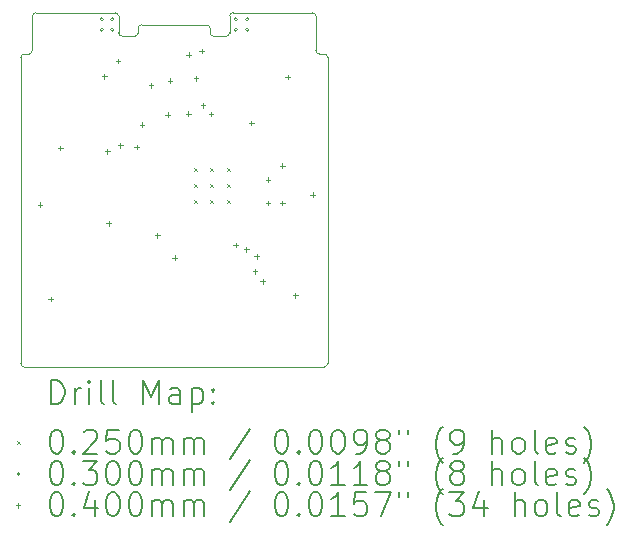
<source format=gbr>
%TF.GenerationSoftware,KiCad,Pcbnew,9.0.4*%
%TF.CreationDate,2025-08-29T17:47:37+02:00*%
%TF.ProjectId,rp2350_gpio_card,72703233-3530-45f6-9770-696f5f636172,X1*%
%TF.SameCoordinates,Original*%
%TF.FileFunction,Drillmap*%
%TF.FilePolarity,Positive*%
%FSLAX45Y45*%
G04 Gerber Fmt 4.5, Leading zero omitted, Abs format (unit mm)*
G04 Created by KiCad (PCBNEW 9.0.4) date 2025-08-29 17:47:37*
%MOMM*%
%LPD*%
G01*
G04 APERTURE LIST*
%ADD10C,0.050000*%
%ADD11C,0.200000*%
%ADD12C,0.100000*%
G04 APERTURE END LIST*
D10*
X11655518Y-5594643D02*
X11655518Y-8184643D01*
X9085518Y-8214643D02*
X11625518Y-8214643D01*
X10825518Y-5384643D02*
G75*
G02*
X10795518Y-5414638I-29998J3D01*
G01*
X9855518Y-5214643D02*
G75*
G02*
X9885517Y-5244643I2J-29997D01*
G01*
X10825518Y-5384643D02*
X10825518Y-5244643D01*
X10825518Y-5244643D02*
G75*
G02*
X10855518Y-5214638I30002J3D01*
G01*
X9855518Y-5214643D02*
X9185518Y-5214643D01*
X10855518Y-5214643D02*
X11525518Y-5214643D01*
X9085518Y-8214643D02*
G75*
G02*
X9055517Y-8184643I2J30003D01*
G01*
X10785518Y-5414643D02*
X10795518Y-5414643D01*
X9155518Y-5244643D02*
G75*
G02*
X9185518Y-5214638I30002J3D01*
G01*
X9155518Y-5534643D02*
X9155518Y-5244643D01*
X9155518Y-5534643D02*
G75*
G02*
X9125518Y-5564638I-29998J3D01*
G01*
X9055518Y-5594643D02*
G75*
G02*
X9085518Y-5564638I30002J3D01*
G01*
X9085518Y-5564643D02*
X9125518Y-5564643D01*
X11555518Y-5534643D02*
X11555518Y-5244643D01*
X11625518Y-5564643D02*
G75*
G02*
X11655517Y-5594643I2J-29997D01*
G01*
X11585518Y-5564643D02*
G75*
G02*
X11555517Y-5534643I2J30003D01*
G01*
X11585518Y-5564643D02*
X11625518Y-5564643D01*
X11525518Y-5214643D02*
G75*
G02*
X11555517Y-5244643I2J-29997D01*
G01*
X9885518Y-5384643D02*
X9885518Y-5244643D01*
X11655518Y-8184643D02*
G75*
G02*
X11625518Y-8214638I-29998J3D01*
G01*
X9915518Y-5414643D02*
G75*
G02*
X9885517Y-5384643I2J30003D01*
G01*
X9915518Y-5414643D02*
X9925518Y-5414643D01*
X9055518Y-5594643D02*
X9055518Y-8184643D01*
X10020518Y-5414643D02*
X9925518Y-5414643D01*
X10050518Y-5348643D02*
X10050518Y-5384643D01*
X10080518Y-5318643D02*
X10630518Y-5318643D01*
X10660518Y-5348643D02*
X10660518Y-5384643D01*
X10690518Y-5414643D02*
X10785518Y-5414643D01*
X10050518Y-5348643D02*
G75*
G02*
X10080518Y-5318643I30000J0D01*
G01*
X10050518Y-5384643D02*
G75*
G02*
X10020518Y-5414643I-30000J0D01*
G01*
X10630518Y-5318643D02*
G75*
G02*
X10660518Y-5348643I0J-30000D01*
G01*
X10690518Y-5414643D02*
G75*
G02*
X10660518Y-5384643I0J30000D01*
G01*
D11*
D12*
X10525518Y-6529643D02*
X10550518Y-6554643D01*
X10550518Y-6529643D02*
X10525518Y-6554643D01*
X10525518Y-6667143D02*
X10550518Y-6692143D01*
X10550518Y-6667143D02*
X10525518Y-6692143D01*
X10525518Y-6804643D02*
X10550518Y-6829643D01*
X10550518Y-6804643D02*
X10525518Y-6829643D01*
X10663018Y-6529643D02*
X10688018Y-6554643D01*
X10688018Y-6529643D02*
X10663018Y-6554643D01*
X10663018Y-6667143D02*
X10688018Y-6692143D01*
X10688018Y-6667143D02*
X10663018Y-6692143D01*
X10663018Y-6804643D02*
X10688018Y-6829643D01*
X10688018Y-6804643D02*
X10663018Y-6829643D01*
X10800518Y-6529643D02*
X10825518Y-6554643D01*
X10825518Y-6529643D02*
X10800518Y-6554643D01*
X10800518Y-6667143D02*
X10825518Y-6692143D01*
X10825518Y-6667143D02*
X10800518Y-6692143D01*
X10800518Y-6804643D02*
X10825518Y-6829643D01*
X10825518Y-6804643D02*
X10800518Y-6829643D01*
X9756318Y-5271793D02*
G75*
G02*
X9726318Y-5271793I-15000J0D01*
G01*
X9726318Y-5271793D02*
G75*
G02*
X9756318Y-5271793I15000J0D01*
G01*
X9756318Y-5360693D02*
G75*
G02*
X9726318Y-5360693I-15000J0D01*
G01*
X9726318Y-5360693D02*
G75*
G02*
X9756318Y-5360693I15000J0D01*
G01*
X9845218Y-5271793D02*
G75*
G02*
X9815218Y-5271793I-15000J0D01*
G01*
X9815218Y-5271793D02*
G75*
G02*
X9845218Y-5271793I15000J0D01*
G01*
X9845218Y-5360693D02*
G75*
G02*
X9815218Y-5360693I-15000J0D01*
G01*
X9815218Y-5360693D02*
G75*
G02*
X9845218Y-5360693I15000J0D01*
G01*
X10892968Y-5271793D02*
G75*
G02*
X10862968Y-5271793I-15000J0D01*
G01*
X10862968Y-5271793D02*
G75*
G02*
X10892968Y-5271793I15000J0D01*
G01*
X10892968Y-5360693D02*
G75*
G02*
X10862968Y-5360693I-15000J0D01*
G01*
X10862968Y-5360693D02*
G75*
G02*
X10892968Y-5360693I15000J0D01*
G01*
X10988218Y-5271793D02*
G75*
G02*
X10958218Y-5271793I-15000J0D01*
G01*
X10958218Y-5271793D02*
G75*
G02*
X10988218Y-5271793I15000J0D01*
G01*
X10988218Y-5360693D02*
G75*
G02*
X10958218Y-5360693I-15000J0D01*
G01*
X10958218Y-5360693D02*
G75*
G02*
X10988218Y-5360693I15000J0D01*
G01*
X9220000Y-6820000D02*
X9220000Y-6860000D01*
X9200000Y-6840000D02*
X9240000Y-6840000D01*
X9310000Y-7620000D02*
X9310000Y-7660000D01*
X9290000Y-7640000D02*
X9330000Y-7640000D01*
X9392000Y-6342000D02*
X9392000Y-6382000D01*
X9372000Y-6362000D02*
X9412000Y-6362000D01*
X9763018Y-5734643D02*
X9763018Y-5774643D01*
X9743018Y-5754643D02*
X9783018Y-5754643D01*
X9790000Y-6370000D02*
X9790000Y-6410000D01*
X9770000Y-6390000D02*
X9810000Y-6390000D01*
X9800518Y-6979643D02*
X9800518Y-7019643D01*
X9780518Y-6999643D02*
X9820518Y-6999643D01*
X9880000Y-5604643D02*
X9880000Y-5644643D01*
X9860000Y-5624643D02*
X9900000Y-5624643D01*
X9900000Y-6320000D02*
X9900000Y-6360000D01*
X9880000Y-6340000D02*
X9920000Y-6340000D01*
X10038240Y-6331698D02*
X10038240Y-6371698D01*
X10018240Y-6351698D02*
X10058240Y-6351698D01*
X10083600Y-6144399D02*
X10083600Y-6184399D01*
X10063600Y-6164399D02*
X10103600Y-6164399D01*
X10160000Y-5810000D02*
X10160000Y-5850000D01*
X10140000Y-5830000D02*
X10180000Y-5830000D01*
X10213018Y-7079643D02*
X10213018Y-7119643D01*
X10193018Y-7099643D02*
X10233018Y-7099643D01*
X10300000Y-6060000D02*
X10300000Y-6100000D01*
X10280000Y-6080000D02*
X10320000Y-6080000D01*
X10320000Y-5770000D02*
X10320000Y-5810000D01*
X10300000Y-5790000D02*
X10340000Y-5790000D01*
X10360159Y-7269719D02*
X10360159Y-7309719D01*
X10340159Y-7289719D02*
X10380159Y-7289719D01*
X10475518Y-6050000D02*
X10475518Y-6090000D01*
X10455518Y-6070000D02*
X10495518Y-6070000D01*
X10480000Y-5550000D02*
X10480000Y-5590000D01*
X10460000Y-5570000D02*
X10500000Y-5570000D01*
X10540000Y-5750000D02*
X10540000Y-5790000D01*
X10520000Y-5770000D02*
X10560000Y-5770000D01*
X10590000Y-5520000D02*
X10590000Y-5560000D01*
X10570000Y-5540000D02*
X10610000Y-5540000D01*
X10600518Y-5979643D02*
X10600518Y-6019643D01*
X10580518Y-5999643D02*
X10620518Y-5999643D01*
X10668503Y-6052979D02*
X10668503Y-6092979D01*
X10648503Y-6072979D02*
X10688503Y-6072979D01*
X10875550Y-7161568D02*
X10875550Y-7201568D01*
X10855550Y-7181568D02*
X10895550Y-7181568D01*
X10968018Y-7199643D02*
X10968018Y-7239643D01*
X10948018Y-7219643D02*
X10988018Y-7219643D01*
X11010000Y-6130000D02*
X11010000Y-6170000D01*
X10990000Y-6150000D02*
X11030000Y-6150000D01*
X11040518Y-7384643D02*
X11040518Y-7424643D01*
X11020518Y-7404643D02*
X11060518Y-7404643D01*
X11055518Y-7257143D02*
X11055518Y-7297143D01*
X11035518Y-7277143D02*
X11075518Y-7277143D01*
X11105518Y-7469643D02*
X11105518Y-7509643D01*
X11085518Y-7489643D02*
X11125518Y-7489643D01*
X11150000Y-6610000D02*
X11150000Y-6650000D01*
X11130000Y-6630000D02*
X11170000Y-6630000D01*
X11150000Y-6807263D02*
X11150000Y-6847263D01*
X11130000Y-6827263D02*
X11170000Y-6827263D01*
X11270000Y-6490000D02*
X11270000Y-6530000D01*
X11250000Y-6510000D02*
X11290000Y-6510000D01*
X11270000Y-6807263D02*
X11270000Y-6847263D01*
X11250000Y-6827263D02*
X11290000Y-6827263D01*
X11318018Y-5739643D02*
X11318018Y-5779643D01*
X11298018Y-5759643D02*
X11338018Y-5759643D01*
X11380000Y-7590000D02*
X11380000Y-7630000D01*
X11360000Y-7610000D02*
X11400000Y-7610000D01*
X11529384Y-6736245D02*
X11529384Y-6776245D01*
X11509384Y-6756245D02*
X11549384Y-6756245D01*
D11*
X9313795Y-8528627D02*
X9313795Y-8328627D01*
X9313795Y-8328627D02*
X9361414Y-8328627D01*
X9361414Y-8328627D02*
X9389986Y-8338151D01*
X9389986Y-8338151D02*
X9409033Y-8357199D01*
X9409033Y-8357199D02*
X9418557Y-8376246D01*
X9418557Y-8376246D02*
X9428081Y-8414341D01*
X9428081Y-8414341D02*
X9428081Y-8442913D01*
X9428081Y-8442913D02*
X9418557Y-8481008D01*
X9418557Y-8481008D02*
X9409033Y-8500056D01*
X9409033Y-8500056D02*
X9389986Y-8519103D01*
X9389986Y-8519103D02*
X9361414Y-8528627D01*
X9361414Y-8528627D02*
X9313795Y-8528627D01*
X9513795Y-8528627D02*
X9513795Y-8395294D01*
X9513795Y-8433389D02*
X9523319Y-8414341D01*
X9523319Y-8414341D02*
X9532843Y-8404818D01*
X9532843Y-8404818D02*
X9551890Y-8395294D01*
X9551890Y-8395294D02*
X9570938Y-8395294D01*
X9637605Y-8528627D02*
X9637605Y-8395294D01*
X9637605Y-8328627D02*
X9628081Y-8338151D01*
X9628081Y-8338151D02*
X9637605Y-8347675D01*
X9637605Y-8347675D02*
X9647128Y-8338151D01*
X9647128Y-8338151D02*
X9637605Y-8328627D01*
X9637605Y-8328627D02*
X9637605Y-8347675D01*
X9761414Y-8528627D02*
X9742367Y-8519103D01*
X9742367Y-8519103D02*
X9732843Y-8500056D01*
X9732843Y-8500056D02*
X9732843Y-8328627D01*
X9866176Y-8528627D02*
X9847128Y-8519103D01*
X9847128Y-8519103D02*
X9837605Y-8500056D01*
X9837605Y-8500056D02*
X9837605Y-8328627D01*
X10094748Y-8528627D02*
X10094748Y-8328627D01*
X10094748Y-8328627D02*
X10161414Y-8471484D01*
X10161414Y-8471484D02*
X10228081Y-8328627D01*
X10228081Y-8328627D02*
X10228081Y-8528627D01*
X10409033Y-8528627D02*
X10409033Y-8423865D01*
X10409033Y-8423865D02*
X10399509Y-8404818D01*
X10399509Y-8404818D02*
X10380462Y-8395294D01*
X10380462Y-8395294D02*
X10342367Y-8395294D01*
X10342367Y-8395294D02*
X10323319Y-8404818D01*
X10409033Y-8519103D02*
X10389986Y-8528627D01*
X10389986Y-8528627D02*
X10342367Y-8528627D01*
X10342367Y-8528627D02*
X10323319Y-8519103D01*
X10323319Y-8519103D02*
X10313795Y-8500056D01*
X10313795Y-8500056D02*
X10313795Y-8481008D01*
X10313795Y-8481008D02*
X10323319Y-8461961D01*
X10323319Y-8461961D02*
X10342367Y-8452437D01*
X10342367Y-8452437D02*
X10389986Y-8452437D01*
X10389986Y-8452437D02*
X10409033Y-8442913D01*
X10504271Y-8395294D02*
X10504271Y-8595294D01*
X10504271Y-8404818D02*
X10523319Y-8395294D01*
X10523319Y-8395294D02*
X10561414Y-8395294D01*
X10561414Y-8395294D02*
X10580462Y-8404818D01*
X10580462Y-8404818D02*
X10589986Y-8414341D01*
X10589986Y-8414341D02*
X10599509Y-8433389D01*
X10599509Y-8433389D02*
X10599509Y-8490532D01*
X10599509Y-8490532D02*
X10589986Y-8509580D01*
X10589986Y-8509580D02*
X10580462Y-8519103D01*
X10580462Y-8519103D02*
X10561414Y-8528627D01*
X10561414Y-8528627D02*
X10523319Y-8528627D01*
X10523319Y-8528627D02*
X10504271Y-8519103D01*
X10685224Y-8509580D02*
X10694748Y-8519103D01*
X10694748Y-8519103D02*
X10685224Y-8528627D01*
X10685224Y-8528627D02*
X10675700Y-8519103D01*
X10675700Y-8519103D02*
X10685224Y-8509580D01*
X10685224Y-8509580D02*
X10685224Y-8528627D01*
X10685224Y-8404818D02*
X10694748Y-8414341D01*
X10694748Y-8414341D02*
X10685224Y-8423865D01*
X10685224Y-8423865D02*
X10675700Y-8414341D01*
X10675700Y-8414341D02*
X10685224Y-8404818D01*
X10685224Y-8404818D02*
X10685224Y-8423865D01*
D12*
X9028018Y-8844643D02*
X9053018Y-8869643D01*
X9053018Y-8844643D02*
X9028018Y-8869643D01*
D11*
X9351890Y-8748627D02*
X9370938Y-8748627D01*
X9370938Y-8748627D02*
X9389986Y-8758151D01*
X9389986Y-8758151D02*
X9399509Y-8767675D01*
X9399509Y-8767675D02*
X9409033Y-8786722D01*
X9409033Y-8786722D02*
X9418557Y-8824818D01*
X9418557Y-8824818D02*
X9418557Y-8872437D01*
X9418557Y-8872437D02*
X9409033Y-8910532D01*
X9409033Y-8910532D02*
X9399509Y-8929580D01*
X9399509Y-8929580D02*
X9389986Y-8939103D01*
X9389986Y-8939103D02*
X9370938Y-8948627D01*
X9370938Y-8948627D02*
X9351890Y-8948627D01*
X9351890Y-8948627D02*
X9332843Y-8939103D01*
X9332843Y-8939103D02*
X9323319Y-8929580D01*
X9323319Y-8929580D02*
X9313795Y-8910532D01*
X9313795Y-8910532D02*
X9304271Y-8872437D01*
X9304271Y-8872437D02*
X9304271Y-8824818D01*
X9304271Y-8824818D02*
X9313795Y-8786722D01*
X9313795Y-8786722D02*
X9323319Y-8767675D01*
X9323319Y-8767675D02*
X9332843Y-8758151D01*
X9332843Y-8758151D02*
X9351890Y-8748627D01*
X9504271Y-8929580D02*
X9513795Y-8939103D01*
X9513795Y-8939103D02*
X9504271Y-8948627D01*
X9504271Y-8948627D02*
X9494748Y-8939103D01*
X9494748Y-8939103D02*
X9504271Y-8929580D01*
X9504271Y-8929580D02*
X9504271Y-8948627D01*
X9589986Y-8767675D02*
X9599509Y-8758151D01*
X9599509Y-8758151D02*
X9618557Y-8748627D01*
X9618557Y-8748627D02*
X9666176Y-8748627D01*
X9666176Y-8748627D02*
X9685224Y-8758151D01*
X9685224Y-8758151D02*
X9694748Y-8767675D01*
X9694748Y-8767675D02*
X9704271Y-8786722D01*
X9704271Y-8786722D02*
X9704271Y-8805770D01*
X9704271Y-8805770D02*
X9694748Y-8834341D01*
X9694748Y-8834341D02*
X9580462Y-8948627D01*
X9580462Y-8948627D02*
X9704271Y-8948627D01*
X9885224Y-8748627D02*
X9789986Y-8748627D01*
X9789986Y-8748627D02*
X9780462Y-8843865D01*
X9780462Y-8843865D02*
X9789986Y-8834341D01*
X9789986Y-8834341D02*
X9809033Y-8824818D01*
X9809033Y-8824818D02*
X9856652Y-8824818D01*
X9856652Y-8824818D02*
X9875700Y-8834341D01*
X9875700Y-8834341D02*
X9885224Y-8843865D01*
X9885224Y-8843865D02*
X9894748Y-8862913D01*
X9894748Y-8862913D02*
X9894748Y-8910532D01*
X9894748Y-8910532D02*
X9885224Y-8929580D01*
X9885224Y-8929580D02*
X9875700Y-8939103D01*
X9875700Y-8939103D02*
X9856652Y-8948627D01*
X9856652Y-8948627D02*
X9809033Y-8948627D01*
X9809033Y-8948627D02*
X9789986Y-8939103D01*
X9789986Y-8939103D02*
X9780462Y-8929580D01*
X10018557Y-8748627D02*
X10037605Y-8748627D01*
X10037605Y-8748627D02*
X10056652Y-8758151D01*
X10056652Y-8758151D02*
X10066176Y-8767675D01*
X10066176Y-8767675D02*
X10075700Y-8786722D01*
X10075700Y-8786722D02*
X10085224Y-8824818D01*
X10085224Y-8824818D02*
X10085224Y-8872437D01*
X10085224Y-8872437D02*
X10075700Y-8910532D01*
X10075700Y-8910532D02*
X10066176Y-8929580D01*
X10066176Y-8929580D02*
X10056652Y-8939103D01*
X10056652Y-8939103D02*
X10037605Y-8948627D01*
X10037605Y-8948627D02*
X10018557Y-8948627D01*
X10018557Y-8948627D02*
X9999509Y-8939103D01*
X9999509Y-8939103D02*
X9989986Y-8929580D01*
X9989986Y-8929580D02*
X9980462Y-8910532D01*
X9980462Y-8910532D02*
X9970938Y-8872437D01*
X9970938Y-8872437D02*
X9970938Y-8824818D01*
X9970938Y-8824818D02*
X9980462Y-8786722D01*
X9980462Y-8786722D02*
X9989986Y-8767675D01*
X9989986Y-8767675D02*
X9999509Y-8758151D01*
X9999509Y-8758151D02*
X10018557Y-8748627D01*
X10170938Y-8948627D02*
X10170938Y-8815294D01*
X10170938Y-8834341D02*
X10180462Y-8824818D01*
X10180462Y-8824818D02*
X10199509Y-8815294D01*
X10199509Y-8815294D02*
X10228081Y-8815294D01*
X10228081Y-8815294D02*
X10247129Y-8824818D01*
X10247129Y-8824818D02*
X10256652Y-8843865D01*
X10256652Y-8843865D02*
X10256652Y-8948627D01*
X10256652Y-8843865D02*
X10266176Y-8824818D01*
X10266176Y-8824818D02*
X10285224Y-8815294D01*
X10285224Y-8815294D02*
X10313795Y-8815294D01*
X10313795Y-8815294D02*
X10332843Y-8824818D01*
X10332843Y-8824818D02*
X10342367Y-8843865D01*
X10342367Y-8843865D02*
X10342367Y-8948627D01*
X10437605Y-8948627D02*
X10437605Y-8815294D01*
X10437605Y-8834341D02*
X10447129Y-8824818D01*
X10447129Y-8824818D02*
X10466176Y-8815294D01*
X10466176Y-8815294D02*
X10494748Y-8815294D01*
X10494748Y-8815294D02*
X10513795Y-8824818D01*
X10513795Y-8824818D02*
X10523319Y-8843865D01*
X10523319Y-8843865D02*
X10523319Y-8948627D01*
X10523319Y-8843865D02*
X10532843Y-8824818D01*
X10532843Y-8824818D02*
X10551890Y-8815294D01*
X10551890Y-8815294D02*
X10580462Y-8815294D01*
X10580462Y-8815294D02*
X10599510Y-8824818D01*
X10599510Y-8824818D02*
X10609033Y-8843865D01*
X10609033Y-8843865D02*
X10609033Y-8948627D01*
X10999510Y-8739103D02*
X10828081Y-8996246D01*
X11256652Y-8748627D02*
X11275700Y-8748627D01*
X11275700Y-8748627D02*
X11294748Y-8758151D01*
X11294748Y-8758151D02*
X11304271Y-8767675D01*
X11304271Y-8767675D02*
X11313795Y-8786722D01*
X11313795Y-8786722D02*
X11323319Y-8824818D01*
X11323319Y-8824818D02*
X11323319Y-8872437D01*
X11323319Y-8872437D02*
X11313795Y-8910532D01*
X11313795Y-8910532D02*
X11304271Y-8929580D01*
X11304271Y-8929580D02*
X11294748Y-8939103D01*
X11294748Y-8939103D02*
X11275700Y-8948627D01*
X11275700Y-8948627D02*
X11256652Y-8948627D01*
X11256652Y-8948627D02*
X11237605Y-8939103D01*
X11237605Y-8939103D02*
X11228081Y-8929580D01*
X11228081Y-8929580D02*
X11218557Y-8910532D01*
X11218557Y-8910532D02*
X11209033Y-8872437D01*
X11209033Y-8872437D02*
X11209033Y-8824818D01*
X11209033Y-8824818D02*
X11218557Y-8786722D01*
X11218557Y-8786722D02*
X11228081Y-8767675D01*
X11228081Y-8767675D02*
X11237605Y-8758151D01*
X11237605Y-8758151D02*
X11256652Y-8748627D01*
X11409033Y-8929580D02*
X11418557Y-8939103D01*
X11418557Y-8939103D02*
X11409033Y-8948627D01*
X11409033Y-8948627D02*
X11399510Y-8939103D01*
X11399510Y-8939103D02*
X11409033Y-8929580D01*
X11409033Y-8929580D02*
X11409033Y-8948627D01*
X11542367Y-8748627D02*
X11561414Y-8748627D01*
X11561414Y-8748627D02*
X11580462Y-8758151D01*
X11580462Y-8758151D02*
X11589986Y-8767675D01*
X11589986Y-8767675D02*
X11599510Y-8786722D01*
X11599510Y-8786722D02*
X11609033Y-8824818D01*
X11609033Y-8824818D02*
X11609033Y-8872437D01*
X11609033Y-8872437D02*
X11599510Y-8910532D01*
X11599510Y-8910532D02*
X11589986Y-8929580D01*
X11589986Y-8929580D02*
X11580462Y-8939103D01*
X11580462Y-8939103D02*
X11561414Y-8948627D01*
X11561414Y-8948627D02*
X11542367Y-8948627D01*
X11542367Y-8948627D02*
X11523319Y-8939103D01*
X11523319Y-8939103D02*
X11513795Y-8929580D01*
X11513795Y-8929580D02*
X11504271Y-8910532D01*
X11504271Y-8910532D02*
X11494748Y-8872437D01*
X11494748Y-8872437D02*
X11494748Y-8824818D01*
X11494748Y-8824818D02*
X11504271Y-8786722D01*
X11504271Y-8786722D02*
X11513795Y-8767675D01*
X11513795Y-8767675D02*
X11523319Y-8758151D01*
X11523319Y-8758151D02*
X11542367Y-8748627D01*
X11732843Y-8748627D02*
X11751891Y-8748627D01*
X11751891Y-8748627D02*
X11770938Y-8758151D01*
X11770938Y-8758151D02*
X11780462Y-8767675D01*
X11780462Y-8767675D02*
X11789986Y-8786722D01*
X11789986Y-8786722D02*
X11799510Y-8824818D01*
X11799510Y-8824818D02*
X11799510Y-8872437D01*
X11799510Y-8872437D02*
X11789986Y-8910532D01*
X11789986Y-8910532D02*
X11780462Y-8929580D01*
X11780462Y-8929580D02*
X11770938Y-8939103D01*
X11770938Y-8939103D02*
X11751891Y-8948627D01*
X11751891Y-8948627D02*
X11732843Y-8948627D01*
X11732843Y-8948627D02*
X11713795Y-8939103D01*
X11713795Y-8939103D02*
X11704271Y-8929580D01*
X11704271Y-8929580D02*
X11694748Y-8910532D01*
X11694748Y-8910532D02*
X11685224Y-8872437D01*
X11685224Y-8872437D02*
X11685224Y-8824818D01*
X11685224Y-8824818D02*
X11694748Y-8786722D01*
X11694748Y-8786722D02*
X11704271Y-8767675D01*
X11704271Y-8767675D02*
X11713795Y-8758151D01*
X11713795Y-8758151D02*
X11732843Y-8748627D01*
X11894748Y-8948627D02*
X11932843Y-8948627D01*
X11932843Y-8948627D02*
X11951891Y-8939103D01*
X11951891Y-8939103D02*
X11961414Y-8929580D01*
X11961414Y-8929580D02*
X11980462Y-8901008D01*
X11980462Y-8901008D02*
X11989986Y-8862913D01*
X11989986Y-8862913D02*
X11989986Y-8786722D01*
X11989986Y-8786722D02*
X11980462Y-8767675D01*
X11980462Y-8767675D02*
X11970938Y-8758151D01*
X11970938Y-8758151D02*
X11951891Y-8748627D01*
X11951891Y-8748627D02*
X11913795Y-8748627D01*
X11913795Y-8748627D02*
X11894748Y-8758151D01*
X11894748Y-8758151D02*
X11885224Y-8767675D01*
X11885224Y-8767675D02*
X11875700Y-8786722D01*
X11875700Y-8786722D02*
X11875700Y-8834341D01*
X11875700Y-8834341D02*
X11885224Y-8853389D01*
X11885224Y-8853389D02*
X11894748Y-8862913D01*
X11894748Y-8862913D02*
X11913795Y-8872437D01*
X11913795Y-8872437D02*
X11951891Y-8872437D01*
X11951891Y-8872437D02*
X11970938Y-8862913D01*
X11970938Y-8862913D02*
X11980462Y-8853389D01*
X11980462Y-8853389D02*
X11989986Y-8834341D01*
X12104271Y-8834341D02*
X12085224Y-8824818D01*
X12085224Y-8824818D02*
X12075700Y-8815294D01*
X12075700Y-8815294D02*
X12066176Y-8796246D01*
X12066176Y-8796246D02*
X12066176Y-8786722D01*
X12066176Y-8786722D02*
X12075700Y-8767675D01*
X12075700Y-8767675D02*
X12085224Y-8758151D01*
X12085224Y-8758151D02*
X12104271Y-8748627D01*
X12104271Y-8748627D02*
X12142367Y-8748627D01*
X12142367Y-8748627D02*
X12161414Y-8758151D01*
X12161414Y-8758151D02*
X12170938Y-8767675D01*
X12170938Y-8767675D02*
X12180462Y-8786722D01*
X12180462Y-8786722D02*
X12180462Y-8796246D01*
X12180462Y-8796246D02*
X12170938Y-8815294D01*
X12170938Y-8815294D02*
X12161414Y-8824818D01*
X12161414Y-8824818D02*
X12142367Y-8834341D01*
X12142367Y-8834341D02*
X12104271Y-8834341D01*
X12104271Y-8834341D02*
X12085224Y-8843865D01*
X12085224Y-8843865D02*
X12075700Y-8853389D01*
X12075700Y-8853389D02*
X12066176Y-8872437D01*
X12066176Y-8872437D02*
X12066176Y-8910532D01*
X12066176Y-8910532D02*
X12075700Y-8929580D01*
X12075700Y-8929580D02*
X12085224Y-8939103D01*
X12085224Y-8939103D02*
X12104271Y-8948627D01*
X12104271Y-8948627D02*
X12142367Y-8948627D01*
X12142367Y-8948627D02*
X12161414Y-8939103D01*
X12161414Y-8939103D02*
X12170938Y-8929580D01*
X12170938Y-8929580D02*
X12180462Y-8910532D01*
X12180462Y-8910532D02*
X12180462Y-8872437D01*
X12180462Y-8872437D02*
X12170938Y-8853389D01*
X12170938Y-8853389D02*
X12161414Y-8843865D01*
X12161414Y-8843865D02*
X12142367Y-8834341D01*
X12256652Y-8748627D02*
X12256652Y-8786722D01*
X12332843Y-8748627D02*
X12332843Y-8786722D01*
X12628081Y-9024818D02*
X12618557Y-9015294D01*
X12618557Y-9015294D02*
X12599510Y-8986722D01*
X12599510Y-8986722D02*
X12589986Y-8967675D01*
X12589986Y-8967675D02*
X12580462Y-8939103D01*
X12580462Y-8939103D02*
X12570938Y-8891484D01*
X12570938Y-8891484D02*
X12570938Y-8853389D01*
X12570938Y-8853389D02*
X12580462Y-8805770D01*
X12580462Y-8805770D02*
X12589986Y-8777199D01*
X12589986Y-8777199D02*
X12599510Y-8758151D01*
X12599510Y-8758151D02*
X12618557Y-8729580D01*
X12618557Y-8729580D02*
X12628081Y-8720056D01*
X12713795Y-8948627D02*
X12751891Y-8948627D01*
X12751891Y-8948627D02*
X12770938Y-8939103D01*
X12770938Y-8939103D02*
X12780462Y-8929580D01*
X12780462Y-8929580D02*
X12799510Y-8901008D01*
X12799510Y-8901008D02*
X12809033Y-8862913D01*
X12809033Y-8862913D02*
X12809033Y-8786722D01*
X12809033Y-8786722D02*
X12799510Y-8767675D01*
X12799510Y-8767675D02*
X12789986Y-8758151D01*
X12789986Y-8758151D02*
X12770938Y-8748627D01*
X12770938Y-8748627D02*
X12732843Y-8748627D01*
X12732843Y-8748627D02*
X12713795Y-8758151D01*
X12713795Y-8758151D02*
X12704272Y-8767675D01*
X12704272Y-8767675D02*
X12694748Y-8786722D01*
X12694748Y-8786722D02*
X12694748Y-8834341D01*
X12694748Y-8834341D02*
X12704272Y-8853389D01*
X12704272Y-8853389D02*
X12713795Y-8862913D01*
X12713795Y-8862913D02*
X12732843Y-8872437D01*
X12732843Y-8872437D02*
X12770938Y-8872437D01*
X12770938Y-8872437D02*
X12789986Y-8862913D01*
X12789986Y-8862913D02*
X12799510Y-8853389D01*
X12799510Y-8853389D02*
X12809033Y-8834341D01*
X13047129Y-8948627D02*
X13047129Y-8748627D01*
X13132843Y-8948627D02*
X13132843Y-8843865D01*
X13132843Y-8843865D02*
X13123319Y-8824818D01*
X13123319Y-8824818D02*
X13104272Y-8815294D01*
X13104272Y-8815294D02*
X13075700Y-8815294D01*
X13075700Y-8815294D02*
X13056653Y-8824818D01*
X13056653Y-8824818D02*
X13047129Y-8834341D01*
X13256653Y-8948627D02*
X13237605Y-8939103D01*
X13237605Y-8939103D02*
X13228081Y-8929580D01*
X13228081Y-8929580D02*
X13218557Y-8910532D01*
X13218557Y-8910532D02*
X13218557Y-8853389D01*
X13218557Y-8853389D02*
X13228081Y-8834341D01*
X13228081Y-8834341D02*
X13237605Y-8824818D01*
X13237605Y-8824818D02*
X13256653Y-8815294D01*
X13256653Y-8815294D02*
X13285224Y-8815294D01*
X13285224Y-8815294D02*
X13304272Y-8824818D01*
X13304272Y-8824818D02*
X13313795Y-8834341D01*
X13313795Y-8834341D02*
X13323319Y-8853389D01*
X13323319Y-8853389D02*
X13323319Y-8910532D01*
X13323319Y-8910532D02*
X13313795Y-8929580D01*
X13313795Y-8929580D02*
X13304272Y-8939103D01*
X13304272Y-8939103D02*
X13285224Y-8948627D01*
X13285224Y-8948627D02*
X13256653Y-8948627D01*
X13437605Y-8948627D02*
X13418557Y-8939103D01*
X13418557Y-8939103D02*
X13409034Y-8920056D01*
X13409034Y-8920056D02*
X13409034Y-8748627D01*
X13589986Y-8939103D02*
X13570938Y-8948627D01*
X13570938Y-8948627D02*
X13532843Y-8948627D01*
X13532843Y-8948627D02*
X13513795Y-8939103D01*
X13513795Y-8939103D02*
X13504272Y-8920056D01*
X13504272Y-8920056D02*
X13504272Y-8843865D01*
X13504272Y-8843865D02*
X13513795Y-8824818D01*
X13513795Y-8824818D02*
X13532843Y-8815294D01*
X13532843Y-8815294D02*
X13570938Y-8815294D01*
X13570938Y-8815294D02*
X13589986Y-8824818D01*
X13589986Y-8824818D02*
X13599510Y-8843865D01*
X13599510Y-8843865D02*
X13599510Y-8862913D01*
X13599510Y-8862913D02*
X13504272Y-8881961D01*
X13675700Y-8939103D02*
X13694748Y-8948627D01*
X13694748Y-8948627D02*
X13732843Y-8948627D01*
X13732843Y-8948627D02*
X13751891Y-8939103D01*
X13751891Y-8939103D02*
X13761415Y-8920056D01*
X13761415Y-8920056D02*
X13761415Y-8910532D01*
X13761415Y-8910532D02*
X13751891Y-8891484D01*
X13751891Y-8891484D02*
X13732843Y-8881961D01*
X13732843Y-8881961D02*
X13704272Y-8881961D01*
X13704272Y-8881961D02*
X13685224Y-8872437D01*
X13685224Y-8872437D02*
X13675700Y-8853389D01*
X13675700Y-8853389D02*
X13675700Y-8843865D01*
X13675700Y-8843865D02*
X13685224Y-8824818D01*
X13685224Y-8824818D02*
X13704272Y-8815294D01*
X13704272Y-8815294D02*
X13732843Y-8815294D01*
X13732843Y-8815294D02*
X13751891Y-8824818D01*
X13828081Y-9024818D02*
X13837605Y-9015294D01*
X13837605Y-9015294D02*
X13856653Y-8986722D01*
X13856653Y-8986722D02*
X13866176Y-8967675D01*
X13866176Y-8967675D02*
X13875700Y-8939103D01*
X13875700Y-8939103D02*
X13885224Y-8891484D01*
X13885224Y-8891484D02*
X13885224Y-8853389D01*
X13885224Y-8853389D02*
X13875700Y-8805770D01*
X13875700Y-8805770D02*
X13866176Y-8777199D01*
X13866176Y-8777199D02*
X13856653Y-8758151D01*
X13856653Y-8758151D02*
X13837605Y-8729580D01*
X13837605Y-8729580D02*
X13828081Y-8720056D01*
D12*
X9053018Y-9121143D02*
G75*
G02*
X9023018Y-9121143I-15000J0D01*
G01*
X9023018Y-9121143D02*
G75*
G02*
X9053018Y-9121143I15000J0D01*
G01*
D11*
X9351890Y-9012627D02*
X9370938Y-9012627D01*
X9370938Y-9012627D02*
X9389986Y-9022151D01*
X9389986Y-9022151D02*
X9399509Y-9031675D01*
X9399509Y-9031675D02*
X9409033Y-9050722D01*
X9409033Y-9050722D02*
X9418557Y-9088818D01*
X9418557Y-9088818D02*
X9418557Y-9136437D01*
X9418557Y-9136437D02*
X9409033Y-9174532D01*
X9409033Y-9174532D02*
X9399509Y-9193580D01*
X9399509Y-9193580D02*
X9389986Y-9203103D01*
X9389986Y-9203103D02*
X9370938Y-9212627D01*
X9370938Y-9212627D02*
X9351890Y-9212627D01*
X9351890Y-9212627D02*
X9332843Y-9203103D01*
X9332843Y-9203103D02*
X9323319Y-9193580D01*
X9323319Y-9193580D02*
X9313795Y-9174532D01*
X9313795Y-9174532D02*
X9304271Y-9136437D01*
X9304271Y-9136437D02*
X9304271Y-9088818D01*
X9304271Y-9088818D02*
X9313795Y-9050722D01*
X9313795Y-9050722D02*
X9323319Y-9031675D01*
X9323319Y-9031675D02*
X9332843Y-9022151D01*
X9332843Y-9022151D02*
X9351890Y-9012627D01*
X9504271Y-9193580D02*
X9513795Y-9203103D01*
X9513795Y-9203103D02*
X9504271Y-9212627D01*
X9504271Y-9212627D02*
X9494748Y-9203103D01*
X9494748Y-9203103D02*
X9504271Y-9193580D01*
X9504271Y-9193580D02*
X9504271Y-9212627D01*
X9580462Y-9012627D02*
X9704271Y-9012627D01*
X9704271Y-9012627D02*
X9637605Y-9088818D01*
X9637605Y-9088818D02*
X9666176Y-9088818D01*
X9666176Y-9088818D02*
X9685224Y-9098341D01*
X9685224Y-9098341D02*
X9694748Y-9107865D01*
X9694748Y-9107865D02*
X9704271Y-9126913D01*
X9704271Y-9126913D02*
X9704271Y-9174532D01*
X9704271Y-9174532D02*
X9694748Y-9193580D01*
X9694748Y-9193580D02*
X9685224Y-9203103D01*
X9685224Y-9203103D02*
X9666176Y-9212627D01*
X9666176Y-9212627D02*
X9609033Y-9212627D01*
X9609033Y-9212627D02*
X9589986Y-9203103D01*
X9589986Y-9203103D02*
X9580462Y-9193580D01*
X9828081Y-9012627D02*
X9847129Y-9012627D01*
X9847129Y-9012627D02*
X9866176Y-9022151D01*
X9866176Y-9022151D02*
X9875700Y-9031675D01*
X9875700Y-9031675D02*
X9885224Y-9050722D01*
X9885224Y-9050722D02*
X9894748Y-9088818D01*
X9894748Y-9088818D02*
X9894748Y-9136437D01*
X9894748Y-9136437D02*
X9885224Y-9174532D01*
X9885224Y-9174532D02*
X9875700Y-9193580D01*
X9875700Y-9193580D02*
X9866176Y-9203103D01*
X9866176Y-9203103D02*
X9847129Y-9212627D01*
X9847129Y-9212627D02*
X9828081Y-9212627D01*
X9828081Y-9212627D02*
X9809033Y-9203103D01*
X9809033Y-9203103D02*
X9799509Y-9193580D01*
X9799509Y-9193580D02*
X9789986Y-9174532D01*
X9789986Y-9174532D02*
X9780462Y-9136437D01*
X9780462Y-9136437D02*
X9780462Y-9088818D01*
X9780462Y-9088818D02*
X9789986Y-9050722D01*
X9789986Y-9050722D02*
X9799509Y-9031675D01*
X9799509Y-9031675D02*
X9809033Y-9022151D01*
X9809033Y-9022151D02*
X9828081Y-9012627D01*
X10018557Y-9012627D02*
X10037605Y-9012627D01*
X10037605Y-9012627D02*
X10056652Y-9022151D01*
X10056652Y-9022151D02*
X10066176Y-9031675D01*
X10066176Y-9031675D02*
X10075700Y-9050722D01*
X10075700Y-9050722D02*
X10085224Y-9088818D01*
X10085224Y-9088818D02*
X10085224Y-9136437D01*
X10085224Y-9136437D02*
X10075700Y-9174532D01*
X10075700Y-9174532D02*
X10066176Y-9193580D01*
X10066176Y-9193580D02*
X10056652Y-9203103D01*
X10056652Y-9203103D02*
X10037605Y-9212627D01*
X10037605Y-9212627D02*
X10018557Y-9212627D01*
X10018557Y-9212627D02*
X9999509Y-9203103D01*
X9999509Y-9203103D02*
X9989986Y-9193580D01*
X9989986Y-9193580D02*
X9980462Y-9174532D01*
X9980462Y-9174532D02*
X9970938Y-9136437D01*
X9970938Y-9136437D02*
X9970938Y-9088818D01*
X9970938Y-9088818D02*
X9980462Y-9050722D01*
X9980462Y-9050722D02*
X9989986Y-9031675D01*
X9989986Y-9031675D02*
X9999509Y-9022151D01*
X9999509Y-9022151D02*
X10018557Y-9012627D01*
X10170938Y-9212627D02*
X10170938Y-9079294D01*
X10170938Y-9098341D02*
X10180462Y-9088818D01*
X10180462Y-9088818D02*
X10199509Y-9079294D01*
X10199509Y-9079294D02*
X10228081Y-9079294D01*
X10228081Y-9079294D02*
X10247129Y-9088818D01*
X10247129Y-9088818D02*
X10256652Y-9107865D01*
X10256652Y-9107865D02*
X10256652Y-9212627D01*
X10256652Y-9107865D02*
X10266176Y-9088818D01*
X10266176Y-9088818D02*
X10285224Y-9079294D01*
X10285224Y-9079294D02*
X10313795Y-9079294D01*
X10313795Y-9079294D02*
X10332843Y-9088818D01*
X10332843Y-9088818D02*
X10342367Y-9107865D01*
X10342367Y-9107865D02*
X10342367Y-9212627D01*
X10437605Y-9212627D02*
X10437605Y-9079294D01*
X10437605Y-9098341D02*
X10447129Y-9088818D01*
X10447129Y-9088818D02*
X10466176Y-9079294D01*
X10466176Y-9079294D02*
X10494748Y-9079294D01*
X10494748Y-9079294D02*
X10513795Y-9088818D01*
X10513795Y-9088818D02*
X10523319Y-9107865D01*
X10523319Y-9107865D02*
X10523319Y-9212627D01*
X10523319Y-9107865D02*
X10532843Y-9088818D01*
X10532843Y-9088818D02*
X10551890Y-9079294D01*
X10551890Y-9079294D02*
X10580462Y-9079294D01*
X10580462Y-9079294D02*
X10599510Y-9088818D01*
X10599510Y-9088818D02*
X10609033Y-9107865D01*
X10609033Y-9107865D02*
X10609033Y-9212627D01*
X10999510Y-9003103D02*
X10828081Y-9260246D01*
X11256652Y-9012627D02*
X11275700Y-9012627D01*
X11275700Y-9012627D02*
X11294748Y-9022151D01*
X11294748Y-9022151D02*
X11304271Y-9031675D01*
X11304271Y-9031675D02*
X11313795Y-9050722D01*
X11313795Y-9050722D02*
X11323319Y-9088818D01*
X11323319Y-9088818D02*
X11323319Y-9136437D01*
X11323319Y-9136437D02*
X11313795Y-9174532D01*
X11313795Y-9174532D02*
X11304271Y-9193580D01*
X11304271Y-9193580D02*
X11294748Y-9203103D01*
X11294748Y-9203103D02*
X11275700Y-9212627D01*
X11275700Y-9212627D02*
X11256652Y-9212627D01*
X11256652Y-9212627D02*
X11237605Y-9203103D01*
X11237605Y-9203103D02*
X11228081Y-9193580D01*
X11228081Y-9193580D02*
X11218557Y-9174532D01*
X11218557Y-9174532D02*
X11209033Y-9136437D01*
X11209033Y-9136437D02*
X11209033Y-9088818D01*
X11209033Y-9088818D02*
X11218557Y-9050722D01*
X11218557Y-9050722D02*
X11228081Y-9031675D01*
X11228081Y-9031675D02*
X11237605Y-9022151D01*
X11237605Y-9022151D02*
X11256652Y-9012627D01*
X11409033Y-9193580D02*
X11418557Y-9203103D01*
X11418557Y-9203103D02*
X11409033Y-9212627D01*
X11409033Y-9212627D02*
X11399510Y-9203103D01*
X11399510Y-9203103D02*
X11409033Y-9193580D01*
X11409033Y-9193580D02*
X11409033Y-9212627D01*
X11542367Y-9012627D02*
X11561414Y-9012627D01*
X11561414Y-9012627D02*
X11580462Y-9022151D01*
X11580462Y-9022151D02*
X11589986Y-9031675D01*
X11589986Y-9031675D02*
X11599510Y-9050722D01*
X11599510Y-9050722D02*
X11609033Y-9088818D01*
X11609033Y-9088818D02*
X11609033Y-9136437D01*
X11609033Y-9136437D02*
X11599510Y-9174532D01*
X11599510Y-9174532D02*
X11589986Y-9193580D01*
X11589986Y-9193580D02*
X11580462Y-9203103D01*
X11580462Y-9203103D02*
X11561414Y-9212627D01*
X11561414Y-9212627D02*
X11542367Y-9212627D01*
X11542367Y-9212627D02*
X11523319Y-9203103D01*
X11523319Y-9203103D02*
X11513795Y-9193580D01*
X11513795Y-9193580D02*
X11504271Y-9174532D01*
X11504271Y-9174532D02*
X11494748Y-9136437D01*
X11494748Y-9136437D02*
X11494748Y-9088818D01*
X11494748Y-9088818D02*
X11504271Y-9050722D01*
X11504271Y-9050722D02*
X11513795Y-9031675D01*
X11513795Y-9031675D02*
X11523319Y-9022151D01*
X11523319Y-9022151D02*
X11542367Y-9012627D01*
X11799510Y-9212627D02*
X11685224Y-9212627D01*
X11742367Y-9212627D02*
X11742367Y-9012627D01*
X11742367Y-9012627D02*
X11723319Y-9041199D01*
X11723319Y-9041199D02*
X11704271Y-9060246D01*
X11704271Y-9060246D02*
X11685224Y-9069770D01*
X11989986Y-9212627D02*
X11875700Y-9212627D01*
X11932843Y-9212627D02*
X11932843Y-9012627D01*
X11932843Y-9012627D02*
X11913795Y-9041199D01*
X11913795Y-9041199D02*
X11894748Y-9060246D01*
X11894748Y-9060246D02*
X11875700Y-9069770D01*
X12104271Y-9098341D02*
X12085224Y-9088818D01*
X12085224Y-9088818D02*
X12075700Y-9079294D01*
X12075700Y-9079294D02*
X12066176Y-9060246D01*
X12066176Y-9060246D02*
X12066176Y-9050722D01*
X12066176Y-9050722D02*
X12075700Y-9031675D01*
X12075700Y-9031675D02*
X12085224Y-9022151D01*
X12085224Y-9022151D02*
X12104271Y-9012627D01*
X12104271Y-9012627D02*
X12142367Y-9012627D01*
X12142367Y-9012627D02*
X12161414Y-9022151D01*
X12161414Y-9022151D02*
X12170938Y-9031675D01*
X12170938Y-9031675D02*
X12180462Y-9050722D01*
X12180462Y-9050722D02*
X12180462Y-9060246D01*
X12180462Y-9060246D02*
X12170938Y-9079294D01*
X12170938Y-9079294D02*
X12161414Y-9088818D01*
X12161414Y-9088818D02*
X12142367Y-9098341D01*
X12142367Y-9098341D02*
X12104271Y-9098341D01*
X12104271Y-9098341D02*
X12085224Y-9107865D01*
X12085224Y-9107865D02*
X12075700Y-9117389D01*
X12075700Y-9117389D02*
X12066176Y-9136437D01*
X12066176Y-9136437D02*
X12066176Y-9174532D01*
X12066176Y-9174532D02*
X12075700Y-9193580D01*
X12075700Y-9193580D02*
X12085224Y-9203103D01*
X12085224Y-9203103D02*
X12104271Y-9212627D01*
X12104271Y-9212627D02*
X12142367Y-9212627D01*
X12142367Y-9212627D02*
X12161414Y-9203103D01*
X12161414Y-9203103D02*
X12170938Y-9193580D01*
X12170938Y-9193580D02*
X12180462Y-9174532D01*
X12180462Y-9174532D02*
X12180462Y-9136437D01*
X12180462Y-9136437D02*
X12170938Y-9117389D01*
X12170938Y-9117389D02*
X12161414Y-9107865D01*
X12161414Y-9107865D02*
X12142367Y-9098341D01*
X12256652Y-9012627D02*
X12256652Y-9050722D01*
X12332843Y-9012627D02*
X12332843Y-9050722D01*
X12628081Y-9288818D02*
X12618557Y-9279294D01*
X12618557Y-9279294D02*
X12599510Y-9250722D01*
X12599510Y-9250722D02*
X12589986Y-9231675D01*
X12589986Y-9231675D02*
X12580462Y-9203103D01*
X12580462Y-9203103D02*
X12570938Y-9155484D01*
X12570938Y-9155484D02*
X12570938Y-9117389D01*
X12570938Y-9117389D02*
X12580462Y-9069770D01*
X12580462Y-9069770D02*
X12589986Y-9041199D01*
X12589986Y-9041199D02*
X12599510Y-9022151D01*
X12599510Y-9022151D02*
X12618557Y-8993580D01*
X12618557Y-8993580D02*
X12628081Y-8984056D01*
X12732843Y-9098341D02*
X12713795Y-9088818D01*
X12713795Y-9088818D02*
X12704272Y-9079294D01*
X12704272Y-9079294D02*
X12694748Y-9060246D01*
X12694748Y-9060246D02*
X12694748Y-9050722D01*
X12694748Y-9050722D02*
X12704272Y-9031675D01*
X12704272Y-9031675D02*
X12713795Y-9022151D01*
X12713795Y-9022151D02*
X12732843Y-9012627D01*
X12732843Y-9012627D02*
X12770938Y-9012627D01*
X12770938Y-9012627D02*
X12789986Y-9022151D01*
X12789986Y-9022151D02*
X12799510Y-9031675D01*
X12799510Y-9031675D02*
X12809033Y-9050722D01*
X12809033Y-9050722D02*
X12809033Y-9060246D01*
X12809033Y-9060246D02*
X12799510Y-9079294D01*
X12799510Y-9079294D02*
X12789986Y-9088818D01*
X12789986Y-9088818D02*
X12770938Y-9098341D01*
X12770938Y-9098341D02*
X12732843Y-9098341D01*
X12732843Y-9098341D02*
X12713795Y-9107865D01*
X12713795Y-9107865D02*
X12704272Y-9117389D01*
X12704272Y-9117389D02*
X12694748Y-9136437D01*
X12694748Y-9136437D02*
X12694748Y-9174532D01*
X12694748Y-9174532D02*
X12704272Y-9193580D01*
X12704272Y-9193580D02*
X12713795Y-9203103D01*
X12713795Y-9203103D02*
X12732843Y-9212627D01*
X12732843Y-9212627D02*
X12770938Y-9212627D01*
X12770938Y-9212627D02*
X12789986Y-9203103D01*
X12789986Y-9203103D02*
X12799510Y-9193580D01*
X12799510Y-9193580D02*
X12809033Y-9174532D01*
X12809033Y-9174532D02*
X12809033Y-9136437D01*
X12809033Y-9136437D02*
X12799510Y-9117389D01*
X12799510Y-9117389D02*
X12789986Y-9107865D01*
X12789986Y-9107865D02*
X12770938Y-9098341D01*
X13047129Y-9212627D02*
X13047129Y-9012627D01*
X13132843Y-9212627D02*
X13132843Y-9107865D01*
X13132843Y-9107865D02*
X13123319Y-9088818D01*
X13123319Y-9088818D02*
X13104272Y-9079294D01*
X13104272Y-9079294D02*
X13075700Y-9079294D01*
X13075700Y-9079294D02*
X13056653Y-9088818D01*
X13056653Y-9088818D02*
X13047129Y-9098341D01*
X13256653Y-9212627D02*
X13237605Y-9203103D01*
X13237605Y-9203103D02*
X13228081Y-9193580D01*
X13228081Y-9193580D02*
X13218557Y-9174532D01*
X13218557Y-9174532D02*
X13218557Y-9117389D01*
X13218557Y-9117389D02*
X13228081Y-9098341D01*
X13228081Y-9098341D02*
X13237605Y-9088818D01*
X13237605Y-9088818D02*
X13256653Y-9079294D01*
X13256653Y-9079294D02*
X13285224Y-9079294D01*
X13285224Y-9079294D02*
X13304272Y-9088818D01*
X13304272Y-9088818D02*
X13313795Y-9098341D01*
X13313795Y-9098341D02*
X13323319Y-9117389D01*
X13323319Y-9117389D02*
X13323319Y-9174532D01*
X13323319Y-9174532D02*
X13313795Y-9193580D01*
X13313795Y-9193580D02*
X13304272Y-9203103D01*
X13304272Y-9203103D02*
X13285224Y-9212627D01*
X13285224Y-9212627D02*
X13256653Y-9212627D01*
X13437605Y-9212627D02*
X13418557Y-9203103D01*
X13418557Y-9203103D02*
X13409034Y-9184056D01*
X13409034Y-9184056D02*
X13409034Y-9012627D01*
X13589986Y-9203103D02*
X13570938Y-9212627D01*
X13570938Y-9212627D02*
X13532843Y-9212627D01*
X13532843Y-9212627D02*
X13513795Y-9203103D01*
X13513795Y-9203103D02*
X13504272Y-9184056D01*
X13504272Y-9184056D02*
X13504272Y-9107865D01*
X13504272Y-9107865D02*
X13513795Y-9088818D01*
X13513795Y-9088818D02*
X13532843Y-9079294D01*
X13532843Y-9079294D02*
X13570938Y-9079294D01*
X13570938Y-9079294D02*
X13589986Y-9088818D01*
X13589986Y-9088818D02*
X13599510Y-9107865D01*
X13599510Y-9107865D02*
X13599510Y-9126913D01*
X13599510Y-9126913D02*
X13504272Y-9145961D01*
X13675700Y-9203103D02*
X13694748Y-9212627D01*
X13694748Y-9212627D02*
X13732843Y-9212627D01*
X13732843Y-9212627D02*
X13751891Y-9203103D01*
X13751891Y-9203103D02*
X13761415Y-9184056D01*
X13761415Y-9184056D02*
X13761415Y-9174532D01*
X13761415Y-9174532D02*
X13751891Y-9155484D01*
X13751891Y-9155484D02*
X13732843Y-9145961D01*
X13732843Y-9145961D02*
X13704272Y-9145961D01*
X13704272Y-9145961D02*
X13685224Y-9136437D01*
X13685224Y-9136437D02*
X13675700Y-9117389D01*
X13675700Y-9117389D02*
X13675700Y-9107865D01*
X13675700Y-9107865D02*
X13685224Y-9088818D01*
X13685224Y-9088818D02*
X13704272Y-9079294D01*
X13704272Y-9079294D02*
X13732843Y-9079294D01*
X13732843Y-9079294D02*
X13751891Y-9088818D01*
X13828081Y-9288818D02*
X13837605Y-9279294D01*
X13837605Y-9279294D02*
X13856653Y-9250722D01*
X13856653Y-9250722D02*
X13866176Y-9231675D01*
X13866176Y-9231675D02*
X13875700Y-9203103D01*
X13875700Y-9203103D02*
X13885224Y-9155484D01*
X13885224Y-9155484D02*
X13885224Y-9117389D01*
X13885224Y-9117389D02*
X13875700Y-9069770D01*
X13875700Y-9069770D02*
X13866176Y-9041199D01*
X13866176Y-9041199D02*
X13856653Y-9022151D01*
X13856653Y-9022151D02*
X13837605Y-8993580D01*
X13837605Y-8993580D02*
X13828081Y-8984056D01*
D12*
X9033018Y-9365143D02*
X9033018Y-9405143D01*
X9013018Y-9385143D02*
X9053018Y-9385143D01*
D11*
X9351890Y-9276627D02*
X9370938Y-9276627D01*
X9370938Y-9276627D02*
X9389986Y-9286151D01*
X9389986Y-9286151D02*
X9399509Y-9295675D01*
X9399509Y-9295675D02*
X9409033Y-9314722D01*
X9409033Y-9314722D02*
X9418557Y-9352818D01*
X9418557Y-9352818D02*
X9418557Y-9400437D01*
X9418557Y-9400437D02*
X9409033Y-9438532D01*
X9409033Y-9438532D02*
X9399509Y-9457580D01*
X9399509Y-9457580D02*
X9389986Y-9467103D01*
X9389986Y-9467103D02*
X9370938Y-9476627D01*
X9370938Y-9476627D02*
X9351890Y-9476627D01*
X9351890Y-9476627D02*
X9332843Y-9467103D01*
X9332843Y-9467103D02*
X9323319Y-9457580D01*
X9323319Y-9457580D02*
X9313795Y-9438532D01*
X9313795Y-9438532D02*
X9304271Y-9400437D01*
X9304271Y-9400437D02*
X9304271Y-9352818D01*
X9304271Y-9352818D02*
X9313795Y-9314722D01*
X9313795Y-9314722D02*
X9323319Y-9295675D01*
X9323319Y-9295675D02*
X9332843Y-9286151D01*
X9332843Y-9286151D02*
X9351890Y-9276627D01*
X9504271Y-9457580D02*
X9513795Y-9467103D01*
X9513795Y-9467103D02*
X9504271Y-9476627D01*
X9504271Y-9476627D02*
X9494748Y-9467103D01*
X9494748Y-9467103D02*
X9504271Y-9457580D01*
X9504271Y-9457580D02*
X9504271Y-9476627D01*
X9685224Y-9343294D02*
X9685224Y-9476627D01*
X9637605Y-9267103D02*
X9589986Y-9409961D01*
X9589986Y-9409961D02*
X9713795Y-9409961D01*
X9828081Y-9276627D02*
X9847129Y-9276627D01*
X9847129Y-9276627D02*
X9866176Y-9286151D01*
X9866176Y-9286151D02*
X9875700Y-9295675D01*
X9875700Y-9295675D02*
X9885224Y-9314722D01*
X9885224Y-9314722D02*
X9894748Y-9352818D01*
X9894748Y-9352818D02*
X9894748Y-9400437D01*
X9894748Y-9400437D02*
X9885224Y-9438532D01*
X9885224Y-9438532D02*
X9875700Y-9457580D01*
X9875700Y-9457580D02*
X9866176Y-9467103D01*
X9866176Y-9467103D02*
X9847129Y-9476627D01*
X9847129Y-9476627D02*
X9828081Y-9476627D01*
X9828081Y-9476627D02*
X9809033Y-9467103D01*
X9809033Y-9467103D02*
X9799509Y-9457580D01*
X9799509Y-9457580D02*
X9789986Y-9438532D01*
X9789986Y-9438532D02*
X9780462Y-9400437D01*
X9780462Y-9400437D02*
X9780462Y-9352818D01*
X9780462Y-9352818D02*
X9789986Y-9314722D01*
X9789986Y-9314722D02*
X9799509Y-9295675D01*
X9799509Y-9295675D02*
X9809033Y-9286151D01*
X9809033Y-9286151D02*
X9828081Y-9276627D01*
X10018557Y-9276627D02*
X10037605Y-9276627D01*
X10037605Y-9276627D02*
X10056652Y-9286151D01*
X10056652Y-9286151D02*
X10066176Y-9295675D01*
X10066176Y-9295675D02*
X10075700Y-9314722D01*
X10075700Y-9314722D02*
X10085224Y-9352818D01*
X10085224Y-9352818D02*
X10085224Y-9400437D01*
X10085224Y-9400437D02*
X10075700Y-9438532D01*
X10075700Y-9438532D02*
X10066176Y-9457580D01*
X10066176Y-9457580D02*
X10056652Y-9467103D01*
X10056652Y-9467103D02*
X10037605Y-9476627D01*
X10037605Y-9476627D02*
X10018557Y-9476627D01*
X10018557Y-9476627D02*
X9999509Y-9467103D01*
X9999509Y-9467103D02*
X9989986Y-9457580D01*
X9989986Y-9457580D02*
X9980462Y-9438532D01*
X9980462Y-9438532D02*
X9970938Y-9400437D01*
X9970938Y-9400437D02*
X9970938Y-9352818D01*
X9970938Y-9352818D02*
X9980462Y-9314722D01*
X9980462Y-9314722D02*
X9989986Y-9295675D01*
X9989986Y-9295675D02*
X9999509Y-9286151D01*
X9999509Y-9286151D02*
X10018557Y-9276627D01*
X10170938Y-9476627D02*
X10170938Y-9343294D01*
X10170938Y-9362341D02*
X10180462Y-9352818D01*
X10180462Y-9352818D02*
X10199509Y-9343294D01*
X10199509Y-9343294D02*
X10228081Y-9343294D01*
X10228081Y-9343294D02*
X10247129Y-9352818D01*
X10247129Y-9352818D02*
X10256652Y-9371865D01*
X10256652Y-9371865D02*
X10256652Y-9476627D01*
X10256652Y-9371865D02*
X10266176Y-9352818D01*
X10266176Y-9352818D02*
X10285224Y-9343294D01*
X10285224Y-9343294D02*
X10313795Y-9343294D01*
X10313795Y-9343294D02*
X10332843Y-9352818D01*
X10332843Y-9352818D02*
X10342367Y-9371865D01*
X10342367Y-9371865D02*
X10342367Y-9476627D01*
X10437605Y-9476627D02*
X10437605Y-9343294D01*
X10437605Y-9362341D02*
X10447129Y-9352818D01*
X10447129Y-9352818D02*
X10466176Y-9343294D01*
X10466176Y-9343294D02*
X10494748Y-9343294D01*
X10494748Y-9343294D02*
X10513795Y-9352818D01*
X10513795Y-9352818D02*
X10523319Y-9371865D01*
X10523319Y-9371865D02*
X10523319Y-9476627D01*
X10523319Y-9371865D02*
X10532843Y-9352818D01*
X10532843Y-9352818D02*
X10551890Y-9343294D01*
X10551890Y-9343294D02*
X10580462Y-9343294D01*
X10580462Y-9343294D02*
X10599510Y-9352818D01*
X10599510Y-9352818D02*
X10609033Y-9371865D01*
X10609033Y-9371865D02*
X10609033Y-9476627D01*
X10999510Y-9267103D02*
X10828081Y-9524246D01*
X11256652Y-9276627D02*
X11275700Y-9276627D01*
X11275700Y-9276627D02*
X11294748Y-9286151D01*
X11294748Y-9286151D02*
X11304271Y-9295675D01*
X11304271Y-9295675D02*
X11313795Y-9314722D01*
X11313795Y-9314722D02*
X11323319Y-9352818D01*
X11323319Y-9352818D02*
X11323319Y-9400437D01*
X11323319Y-9400437D02*
X11313795Y-9438532D01*
X11313795Y-9438532D02*
X11304271Y-9457580D01*
X11304271Y-9457580D02*
X11294748Y-9467103D01*
X11294748Y-9467103D02*
X11275700Y-9476627D01*
X11275700Y-9476627D02*
X11256652Y-9476627D01*
X11256652Y-9476627D02*
X11237605Y-9467103D01*
X11237605Y-9467103D02*
X11228081Y-9457580D01*
X11228081Y-9457580D02*
X11218557Y-9438532D01*
X11218557Y-9438532D02*
X11209033Y-9400437D01*
X11209033Y-9400437D02*
X11209033Y-9352818D01*
X11209033Y-9352818D02*
X11218557Y-9314722D01*
X11218557Y-9314722D02*
X11228081Y-9295675D01*
X11228081Y-9295675D02*
X11237605Y-9286151D01*
X11237605Y-9286151D02*
X11256652Y-9276627D01*
X11409033Y-9457580D02*
X11418557Y-9467103D01*
X11418557Y-9467103D02*
X11409033Y-9476627D01*
X11409033Y-9476627D02*
X11399510Y-9467103D01*
X11399510Y-9467103D02*
X11409033Y-9457580D01*
X11409033Y-9457580D02*
X11409033Y-9476627D01*
X11542367Y-9276627D02*
X11561414Y-9276627D01*
X11561414Y-9276627D02*
X11580462Y-9286151D01*
X11580462Y-9286151D02*
X11589986Y-9295675D01*
X11589986Y-9295675D02*
X11599510Y-9314722D01*
X11599510Y-9314722D02*
X11609033Y-9352818D01*
X11609033Y-9352818D02*
X11609033Y-9400437D01*
X11609033Y-9400437D02*
X11599510Y-9438532D01*
X11599510Y-9438532D02*
X11589986Y-9457580D01*
X11589986Y-9457580D02*
X11580462Y-9467103D01*
X11580462Y-9467103D02*
X11561414Y-9476627D01*
X11561414Y-9476627D02*
X11542367Y-9476627D01*
X11542367Y-9476627D02*
X11523319Y-9467103D01*
X11523319Y-9467103D02*
X11513795Y-9457580D01*
X11513795Y-9457580D02*
X11504271Y-9438532D01*
X11504271Y-9438532D02*
X11494748Y-9400437D01*
X11494748Y-9400437D02*
X11494748Y-9352818D01*
X11494748Y-9352818D02*
X11504271Y-9314722D01*
X11504271Y-9314722D02*
X11513795Y-9295675D01*
X11513795Y-9295675D02*
X11523319Y-9286151D01*
X11523319Y-9286151D02*
X11542367Y-9276627D01*
X11799510Y-9476627D02*
X11685224Y-9476627D01*
X11742367Y-9476627D02*
X11742367Y-9276627D01*
X11742367Y-9276627D02*
X11723319Y-9305199D01*
X11723319Y-9305199D02*
X11704271Y-9324246D01*
X11704271Y-9324246D02*
X11685224Y-9333770D01*
X11980462Y-9276627D02*
X11885224Y-9276627D01*
X11885224Y-9276627D02*
X11875700Y-9371865D01*
X11875700Y-9371865D02*
X11885224Y-9362341D01*
X11885224Y-9362341D02*
X11904271Y-9352818D01*
X11904271Y-9352818D02*
X11951891Y-9352818D01*
X11951891Y-9352818D02*
X11970938Y-9362341D01*
X11970938Y-9362341D02*
X11980462Y-9371865D01*
X11980462Y-9371865D02*
X11989986Y-9390913D01*
X11989986Y-9390913D02*
X11989986Y-9438532D01*
X11989986Y-9438532D02*
X11980462Y-9457580D01*
X11980462Y-9457580D02*
X11970938Y-9467103D01*
X11970938Y-9467103D02*
X11951891Y-9476627D01*
X11951891Y-9476627D02*
X11904271Y-9476627D01*
X11904271Y-9476627D02*
X11885224Y-9467103D01*
X11885224Y-9467103D02*
X11875700Y-9457580D01*
X12056652Y-9276627D02*
X12189986Y-9276627D01*
X12189986Y-9276627D02*
X12104271Y-9476627D01*
X12256652Y-9276627D02*
X12256652Y-9314722D01*
X12332843Y-9276627D02*
X12332843Y-9314722D01*
X12628081Y-9552818D02*
X12618557Y-9543294D01*
X12618557Y-9543294D02*
X12599510Y-9514722D01*
X12599510Y-9514722D02*
X12589986Y-9495675D01*
X12589986Y-9495675D02*
X12580462Y-9467103D01*
X12580462Y-9467103D02*
X12570938Y-9419484D01*
X12570938Y-9419484D02*
X12570938Y-9381389D01*
X12570938Y-9381389D02*
X12580462Y-9333770D01*
X12580462Y-9333770D02*
X12589986Y-9305199D01*
X12589986Y-9305199D02*
X12599510Y-9286151D01*
X12599510Y-9286151D02*
X12618557Y-9257580D01*
X12618557Y-9257580D02*
X12628081Y-9248056D01*
X12685224Y-9276627D02*
X12809033Y-9276627D01*
X12809033Y-9276627D02*
X12742367Y-9352818D01*
X12742367Y-9352818D02*
X12770938Y-9352818D01*
X12770938Y-9352818D02*
X12789986Y-9362341D01*
X12789986Y-9362341D02*
X12799510Y-9371865D01*
X12799510Y-9371865D02*
X12809033Y-9390913D01*
X12809033Y-9390913D02*
X12809033Y-9438532D01*
X12809033Y-9438532D02*
X12799510Y-9457580D01*
X12799510Y-9457580D02*
X12789986Y-9467103D01*
X12789986Y-9467103D02*
X12770938Y-9476627D01*
X12770938Y-9476627D02*
X12713795Y-9476627D01*
X12713795Y-9476627D02*
X12694748Y-9467103D01*
X12694748Y-9467103D02*
X12685224Y-9457580D01*
X12980462Y-9343294D02*
X12980462Y-9476627D01*
X12932843Y-9267103D02*
X12885224Y-9409961D01*
X12885224Y-9409961D02*
X13009033Y-9409961D01*
X13237605Y-9476627D02*
X13237605Y-9276627D01*
X13323319Y-9476627D02*
X13323319Y-9371865D01*
X13323319Y-9371865D02*
X13313795Y-9352818D01*
X13313795Y-9352818D02*
X13294748Y-9343294D01*
X13294748Y-9343294D02*
X13266176Y-9343294D01*
X13266176Y-9343294D02*
X13247129Y-9352818D01*
X13247129Y-9352818D02*
X13237605Y-9362341D01*
X13447129Y-9476627D02*
X13428081Y-9467103D01*
X13428081Y-9467103D02*
X13418557Y-9457580D01*
X13418557Y-9457580D02*
X13409034Y-9438532D01*
X13409034Y-9438532D02*
X13409034Y-9381389D01*
X13409034Y-9381389D02*
X13418557Y-9362341D01*
X13418557Y-9362341D02*
X13428081Y-9352818D01*
X13428081Y-9352818D02*
X13447129Y-9343294D01*
X13447129Y-9343294D02*
X13475700Y-9343294D01*
X13475700Y-9343294D02*
X13494748Y-9352818D01*
X13494748Y-9352818D02*
X13504272Y-9362341D01*
X13504272Y-9362341D02*
X13513795Y-9381389D01*
X13513795Y-9381389D02*
X13513795Y-9438532D01*
X13513795Y-9438532D02*
X13504272Y-9457580D01*
X13504272Y-9457580D02*
X13494748Y-9467103D01*
X13494748Y-9467103D02*
X13475700Y-9476627D01*
X13475700Y-9476627D02*
X13447129Y-9476627D01*
X13628081Y-9476627D02*
X13609034Y-9467103D01*
X13609034Y-9467103D02*
X13599510Y-9448056D01*
X13599510Y-9448056D02*
X13599510Y-9276627D01*
X13780462Y-9467103D02*
X13761415Y-9476627D01*
X13761415Y-9476627D02*
X13723319Y-9476627D01*
X13723319Y-9476627D02*
X13704272Y-9467103D01*
X13704272Y-9467103D02*
X13694748Y-9448056D01*
X13694748Y-9448056D02*
X13694748Y-9371865D01*
X13694748Y-9371865D02*
X13704272Y-9352818D01*
X13704272Y-9352818D02*
X13723319Y-9343294D01*
X13723319Y-9343294D02*
X13761415Y-9343294D01*
X13761415Y-9343294D02*
X13780462Y-9352818D01*
X13780462Y-9352818D02*
X13789986Y-9371865D01*
X13789986Y-9371865D02*
X13789986Y-9390913D01*
X13789986Y-9390913D02*
X13694748Y-9409961D01*
X13866176Y-9467103D02*
X13885224Y-9476627D01*
X13885224Y-9476627D02*
X13923319Y-9476627D01*
X13923319Y-9476627D02*
X13942367Y-9467103D01*
X13942367Y-9467103D02*
X13951891Y-9448056D01*
X13951891Y-9448056D02*
X13951891Y-9438532D01*
X13951891Y-9438532D02*
X13942367Y-9419484D01*
X13942367Y-9419484D02*
X13923319Y-9409961D01*
X13923319Y-9409961D02*
X13894748Y-9409961D01*
X13894748Y-9409961D02*
X13875700Y-9400437D01*
X13875700Y-9400437D02*
X13866176Y-9381389D01*
X13866176Y-9381389D02*
X13866176Y-9371865D01*
X13866176Y-9371865D02*
X13875700Y-9352818D01*
X13875700Y-9352818D02*
X13894748Y-9343294D01*
X13894748Y-9343294D02*
X13923319Y-9343294D01*
X13923319Y-9343294D02*
X13942367Y-9352818D01*
X14018557Y-9552818D02*
X14028081Y-9543294D01*
X14028081Y-9543294D02*
X14047129Y-9514722D01*
X14047129Y-9514722D02*
X14056653Y-9495675D01*
X14056653Y-9495675D02*
X14066176Y-9467103D01*
X14066176Y-9467103D02*
X14075700Y-9419484D01*
X14075700Y-9419484D02*
X14075700Y-9381389D01*
X14075700Y-9381389D02*
X14066176Y-9333770D01*
X14066176Y-9333770D02*
X14056653Y-9305199D01*
X14056653Y-9305199D02*
X14047129Y-9286151D01*
X14047129Y-9286151D02*
X14028081Y-9257580D01*
X14028081Y-9257580D02*
X14018557Y-9248056D01*
M02*

</source>
